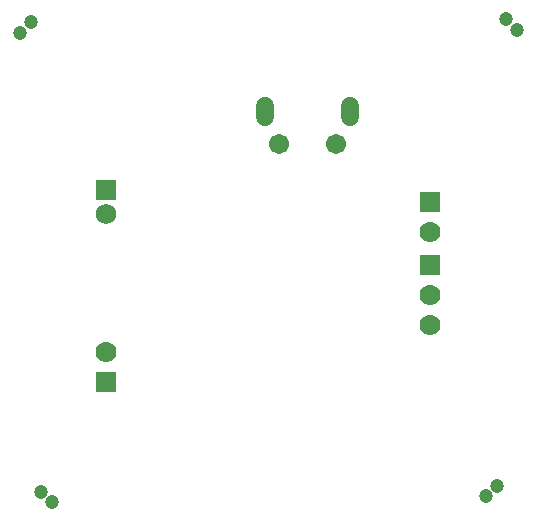
<source format=gbs>
G04 ---------------------------- Layer name :BOTTOM SOLDER LAYER*
G04 EasyEDA v5.8.19, Tue, 23 Oct 2018 03:45:39 GMT*
G04 c271f884b48f468e9f27791542bbc0a4*
G04 Gerber Generator version 0.2*
G04 Scale: 100 percent, Rotated: No, Reflected: No *
G04 Dimensions in inches *
G04 leading zeros omitted , absolute positions ,2 integer and 4 decimal *
%FSLAX24Y24*%
%MOIN*%
G90*
G70D02*

%ADD65C,0.059181*%
%ADD73R,0.070000X0.070000*%
%ADD74C,0.070000*%
%ADD75C,0.047370*%
%ADD79C,0.067055*%
%ADD90C,0.068000*%
%ADD91R,0.068000X0.068000*%

%LPD*%
G54D65*
G01X14025Y19412D02*
G01X14025Y19767D01*
G01X16875Y19412D02*
G01X16875Y19767D01*
G54D73*
G01X19550Y16594D03*
G54D74*
G01X19550Y15594D03*
G01X19550Y12494D03*
G01X19550Y13494D03*
G54D73*
G01X19550Y14494D03*
G01X8750Y10594D03*
G54D74*
G01X8750Y11594D03*
G54D75*
G01X21422Y6765D03*
G01X21777Y7122D03*
G01X6571Y6922D03*
G01X6928Y6565D03*
G01X22427Y22315D03*
G01X22072Y22672D03*
G01X6228Y22572D03*
G01X5871Y22215D03*
G54D79*
G01X16398Y18527D03*
G01X14493Y18527D03*
G54D90*
G01X8750Y16194D03*
G54D91*
G01X8750Y16994D03*
M00*
M02*

</source>
